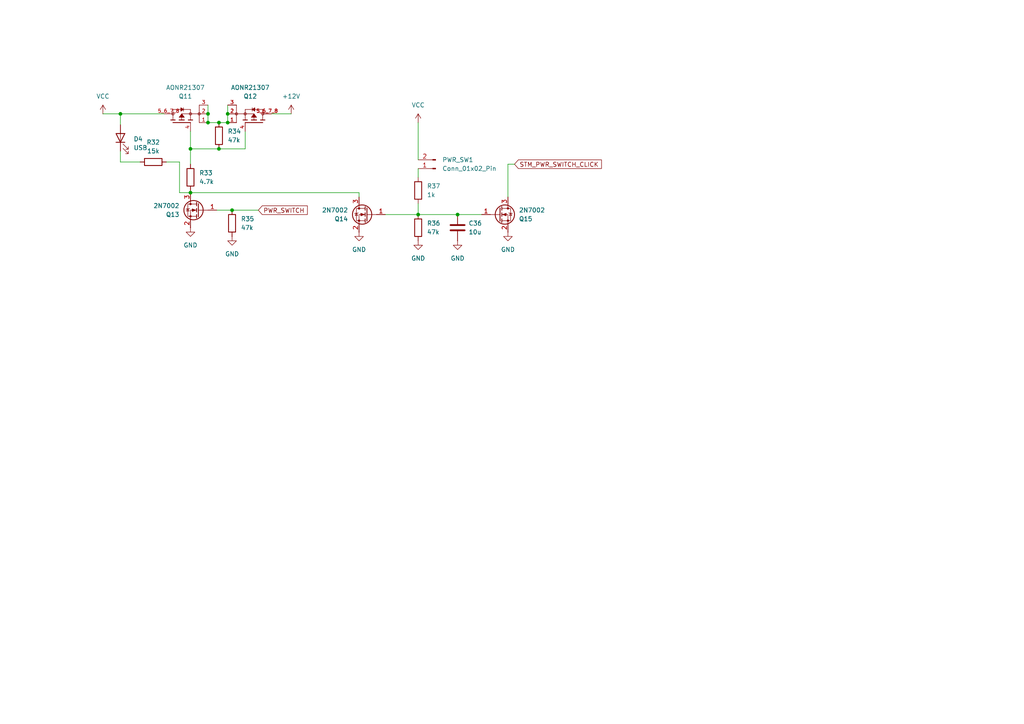
<source format=kicad_sch>
(kicad_sch (version 20231120) (generator "eeschema") (generator_version "8.0")
  (paper "A4")
  (lib_symbols
    (symbol "AONR21307:AONR21307" (pin_names (offset 1.016))
      (property "Reference" "Q" (at 5.08 0.381 0))
      (property "Value" "AONR21307" (at 5.08 -2.159 0))
      (symbol "AONR21307_0_0"
        (polyline (pts (xy 0 -2.54) (xy 0 2.54)) (stroke (width 0.254)))
        (polyline (pts (xy 0 5.08) (xy 2.54 5.08)) (stroke (width 0.1524)))
        (polyline (pts (xy 0.762 -3.175) (xy 0.762 -2.54)) (stroke (width 0.254)))
        (polyline (pts (xy 0.762 -2.54) (xy 0.762 -1.905)) (stroke (width 0.254)))
        (polyline (pts (xy 0.762 -2.54) (xy 3.81 -2.54)) (stroke (width 0.1524)))
        (polyline (pts (xy 0.762 -0.762) (xy 0.762 0)) (stroke (width 0.254)))
        (polyline (pts (xy 0.762 0) (xy 0.762 0.762)) (stroke (width 0.254)))
        (polyline (pts (xy 0.762 0) (xy 2.54 0)) (stroke (width 0.1524)))
        (polyline (pts (xy 0.762 1.905) (xy 0.762 2.54)) (stroke (width 0.254)))
        (polyline (pts (xy 0.762 2.54) (xy 0.762 3.175)) (stroke (width 0.254)))
        (polyline (pts (xy 2.54 0) (xy 2.54 2.54)) (stroke (width 0.1524)))
        (polyline (pts (xy 2.54 2.54) (xy 0.762 2.54)) (stroke (width 0.1524)))
        (polyline (pts (xy 2.54 2.54) (xy 3.81 2.54)) (stroke (width 0.1524)))
        (polyline (pts (xy 2.54 5.08) (xy 2.54 2.54)) (stroke (width 0.1524)))
        (polyline (pts (xy 2.54 5.08) (xy 5.08 5.08)) (stroke (width 0.1524)))
        (polyline (pts (xy 3.302 0.508) (xy 3.81 0.508)) (stroke (width 0.1524)))
        (polyline (pts (xy 3.81 -2.54) (xy 3.81 0.508)) (stroke (width 0.1524)))
        (polyline (pts (xy 3.81 0.508) (xy 3.81 2.54)) (stroke (width 0.1524)))
        (polyline (pts (xy 3.81 0.508) (xy 4.318 0.508)) (stroke (width 0.1524)))
        (polyline (pts (xy 2.54 0) (xy 1.524 0.762) (xy 1.524 -0.762) (xy 2.54 0)) (stroke (width 0.1524)) (fill (type outline)))
        (polyline (pts (xy 3.81 0.508) (xy 4.318 -0.254) (xy 3.302 -0.254) (xy 3.81 0.508)) (stroke (width 0.1524)) (fill (type outline)))
        (circle (center 2.54 -2.54) (radius 0.3592))
        (circle (center 2.54 2.54) (radius 0.3592))
        (circle (center 2.54 5.08) (radius 0.3592))
        (pin passive line (at 0 7.62 270) (length 2.54) (name "~") (number "1"))
        (pin passive line (at 2.54 7.62 270) (length 2.54) (name "~") (number "2"))
        (pin passive line (at 5.08 7.62 270) (length 2.54) (name "~") (number "3"))
        (pin passive line (at -2.54 2.54 0) (length 2.54) (name "~") (number "4"))
        (pin passive line (at 2.54 -5.08 90) (length 2.54) (name "~") (number "5_6_7_8"))
      )
    )
    (symbol "Connector:Conn_01x02_Pin" (pin_names (offset 1.016) hide)
      (property "Reference" "J" (at 0 2.54 0))
      (property "Value" "Conn_01x02_Pin" (at 0 -5.08 0))
      (symbol "Conn_01x02_Pin_1_1"
        (polyline (pts (xy 1.27 -2.54) (xy 0.8636 -2.54)) (stroke (width 0.1524)))
        (polyline (pts (xy 1.27 0) (xy 0.8636 0)) (stroke (width 0.1524)))
        (rectangle (start 0.8636 -2.413) (end 0 -2.667) (stroke (width 0.1524)) (fill (type outline)))
        (rectangle (start 0.8636 0.127) (end 0 -0.127) (stroke (width 0.1524)) (fill (type outline)))
        (pin passive line (at 5.08 0 180) (length 3.81) (name "Pin_1") (number "1"))
        (pin passive line (at 5.08 -2.54 180) (length 3.81) (name "Pin_2") (number "2"))
      )
    )
    (symbol "Device:C" (pin_numbers hide) (pin_names (offset 0.254))
      (property "Reference" "C" (at 0.635 2.54 0))
      (property "Value" "C" (at 0.635 -2.54 0))
      (symbol "C_0_1"
        (polyline (pts (xy -2.032 -0.762) (xy 2.032 -0.762)) (stroke (width 0.508)))
        (polyline (pts (xy -2.032 0.762) (xy 2.032 0.762)) (stroke (width 0.508)))
      )
      (symbol "C_1_1"
        (pin passive line (at 0 3.81 270) (length 2.794) (name "~") (number "1"))
        (pin passive line (at 0 -3.81 90) (length 2.794) (name "~") (number "2"))
      )
    )
    (symbol "Device:LED" (pin_numbers hide) (pin_names (offset 1.016) hide)
      (property "Reference" "D" (at 0 2.54 0))
      (property "Value" "LED" (at 0 -2.54 0))
      (symbol "LED_0_1"
        (polyline (pts (xy -1.27 -1.27) (xy -1.27 1.27)) (stroke (width 0.254)))
        (polyline (pts (xy -1.27 0) (xy 1.27 0)))
        (polyline (pts (xy 1.27 -1.27) (xy 1.27 1.27) (xy -1.27 0) (xy 1.27 -1.27)) (stroke (width 0.254)))
        (polyline (pts (xy -3.048 -0.762) (xy -4.572 -2.286) (xy -3.81 -2.286) (xy -4.572 -2.286) (xy -4.572 -1.524)))
        (polyline (pts (xy -1.778 -0.762) (xy -3.302 -2.286) (xy -2.54 -2.286) (xy -3.302 -2.286) (xy -3.302 -1.524)))
      )
      (symbol "LED_1_1"
        (pin passive line (at -3.81 0 0) (length 2.54) (name "K") (number "1"))
        (pin passive line (at 3.81 0 180) (length 2.54) (name "A") (number "2"))
      )
    )
    (symbol "Device:R" (pin_numbers hide) (pin_names (offset 0))
      (property "Reference" "R" (at 2.032 0 90))
      (property "Value" "R" (at 0 0 90))
      (symbol "R_0_1"
        (rectangle (start -1.016 -2.54) (end 1.016 2.54) (stroke (width 0.254)))
      )
      (symbol "R_1_1"
        (pin passive line (at 0 3.81 270) (length 1.27) (name "~") (number "1"))
        (pin passive line (at 0 -3.81 90) (length 1.27) (name "~") (number "2"))
      )
    )
    (symbol "Transistor_FET:2N7002" (pin_names hide)
      (property "Reference" "Q" (at 5.08 1.905 0))
      (property "Value" "2N7002" (at 5.08 0 0))
      (symbol "2N7002_0_1"
        (polyline (pts (xy 0.254 0) (xy -2.54 0)))
        (polyline (pts (xy 0.254 1.905) (xy 0.254 -1.905)) (stroke (width 0.254)))
        (polyline (pts (xy 0.762 -1.27) (xy 0.762 -2.286)) (stroke (width 0.254)))
        (polyline (pts (xy 0.762 0.508) (xy 0.762 -0.508)) (stroke (width 0.254)))
        (polyline (pts (xy 0.762 2.286) (xy 0.762 1.27)) (stroke (width 0.254)))
        (polyline (pts (xy 2.54 2.54) (xy 2.54 1.778)))
        (polyline (pts (xy 2.54 -2.54) (xy 2.54 0) (xy 0.762 0)))
        (polyline (pts (xy 0.762 -1.778) (xy 3.302 -1.778) (xy 3.302 1.778) (xy 0.762 1.778)))
        (polyline (pts (xy 1.016 0) (xy 2.032 0.381) (xy 2.032 -0.381) (xy 1.016 0)) (fill (type outline)))
        (polyline (pts (xy 2.794 0.508) (xy 2.921 0.381) (xy 3.683 0.381) (xy 3.81 0.254)))
        (polyline (pts (xy 3.302 0.381) (xy 2.921 -0.254) (xy 3.683 -0.254) (xy 3.302 0.381)))
        (circle (center 1.651 0) (radius 2.794) (stroke (width 0.254)))
        (circle (center 2.54 -1.778) (radius 0.254) (fill (type outline)))
        (circle (center 2.54 1.778) (radius 0.254) (fill (type outline)))
      )
      (symbol "2N7002_1_1"
        (pin input line (at -5.08 0 0) (length 2.54) (name "G") (number "1"))
        (pin passive line (at 2.54 -5.08 90) (length 2.54) (name "S") (number "2"))
        (pin passive line (at 2.54 5.08 270) (length 2.54) (name "D") (number "3"))
      )
    )
    (symbol "power:+12V" (power) (pin_numbers hide) (pin_names (offset 0) hide)
      (property "Value" "+12V" (at 0 3.556 0))
      (symbol "+12V_0_1"
        (polyline (pts (xy -0.762 1.27) (xy 0 2.54)))
        (polyline (pts (xy 0 0) (xy 0 2.54)))
        (polyline (pts (xy 0 2.54) (xy 0.762 1.27)))
      )
      (symbol "+12V_1_1"
        (pin power_in line (at 0 0 90) (length 0) (name "~") (number "1"))
      )
    )
    (symbol "power:GND" (power) (pin_numbers hide) (pin_names (offset 0) hide)
      (property "Value" "GND" (at 0 -3.81 0))
      (symbol "GND_0_1"
        (polyline (pts (xy 0 0) (xy 0 -1.27) (xy 1.27 -1.27) (xy 0 -2.54) (xy -1.27 -1.27) (xy 0 -1.27)))
      )
      (symbol "GND_1_1"
        (pin power_in line (at 0 0 270) (length 0) (name "~") (number "1"))
      )
    )
    (symbol "power:VCC" (power) (pin_numbers hide) (pin_names (offset 0) hide)
      (property "Value" "VCC" (at 0 3.556 0))
      (symbol "VCC_0_1"
        (polyline (pts (xy -0.762 1.27) (xy 0 2.54)))
        (polyline (pts (xy 0 0) (xy 0 2.54)))
        (polyline (pts (xy 0 2.54) (xy 0.762 1.27)))
      )
      (symbol "VCC_1_1"
        (pin power_in line (at 0 0 90) (length 0) (name "~") (number "1"))
      )
    )
  )
  (junction (at 55.245 43.18))
  (junction (at 63.5 43.18))
  (junction (at 55.245 55.88))
  (junction (at 121.285 62.23))
  (junction (at 132.715 62.23))
  (junction (at 60.325 35.56))
  (junction (at 34.925 33.02))
  (junction (at 60.325 33.02))
  (junction (at 66.04 35.56))
  (junction (at 67.31 60.96))
  (junction (at 63.5 35.56))
  (junction (at 66.04 33.02))
  (wire (pts (xy 34.925 33.02) (xy 29.845 33.02)))
  (wire (pts (xy 147.32 47.625) (xy 149.225 47.625)))
  (wire (pts (xy 34.925 46.99) (xy 34.925 43.815)))
  (wire (pts (xy 60.325 30.48) (xy 60.325 33.02)))
  (wire (pts (xy 71.12 38.1) (xy 71.12 43.18)))
  (wire (pts (xy 63.5 35.56) (xy 66.04 35.56)))
  (wire (pts (xy 121.285 35.56) (xy 121.285 46.355)))
  (wire (pts (xy 67.31 60.96) (xy 74.93 60.96)))
  (wire (pts (xy 55.245 38.1) (xy 55.245 43.18)))
  (wire (pts (xy 78.74 33.02) (xy 84.455 33.02)))
  (wire (pts (xy 34.925 46.99) (xy 40.64 46.99)))
  (wire (pts (xy 66.04 30.48) (xy 66.04 33.02)))
  (wire (pts (xy 52.07 46.99) (xy 52.07 55.88)))
  (wire (pts (xy 34.925 33.02) (xy 34.925 36.195)))
  (wire (pts (xy 132.715 62.23) (xy 139.7 62.23)))
  (wire (pts (xy 111.76 62.23) (xy 121.285 62.23)))
  (wire (pts (xy 121.285 48.895) (xy 121.285 51.435)))
  (wire (pts (xy 55.245 43.18) (xy 63.5 43.18)))
  (wire (pts (xy 52.07 55.88) (xy 55.245 55.88)))
  (wire (pts (xy 48.26 46.99) (xy 52.07 46.99)))
  (wire (pts (xy 121.285 59.055) (xy 121.285 62.23)))
  (wire (pts (xy 55.245 43.18) (xy 55.245 47.625)))
  (wire (pts (xy 147.32 57.15) (xy 147.32 47.625)))
  (wire (pts (xy 104.14 57.15) (xy 104.14 55.88)))
  (wire (pts (xy 60.325 33.02) (xy 60.325 35.56)))
  (wire (pts (xy 55.245 55.88) (xy 55.245 55.245)))
  (wire (pts (xy 55.245 55.88) (xy 104.14 55.88)))
  (wire (pts (xy 121.285 62.23) (xy 132.715 62.23)))
  (wire (pts (xy 47.625 33.02) (xy 34.925 33.02)))
  (wire (pts (xy 71.12 43.18) (xy 63.5 43.18)))
  (wire (pts (xy 60.325 35.56) (xy 63.5 35.56)))
  (wire (pts (xy 66.04 33.02) (xy 66.04 35.56)))
  (wire (pts (xy 62.865 60.96) (xy 67.31 60.96)))
  (global_label "PWR_SWITCH" (shape input) (at 74.93 60.96 0) (property "Intersheetrefs" "${INTERSHEET_REFS}" (effects (hide yes))))
  (global_label "STM_PWR_SWITCH_CLICK" (shape input) (at 149.225 47.625 0) (property "Intersheetrefs" "${INTERSHEET_REFS}" (effects (hide yes))))
  (symbol (lib_id "power:GND") (at 55.245 66.04 0) (unit 1)
    (property "Reference" "#PWR079" (effects (hide yes)))
    (property "Value" "GND" (at 55.245 71.12 0))
    (property "Description" "Power symbol creates a global label with name \"GND\" , ground" (effects (hide yes)))
  )
  (symbol (lib_id "Device:R") (at 67.31 64.77 0) (unit 1)
    (property "Reference" "R35" (at 69.85 63.4999 0) (effects (justify left)))
    (property "Value" "47k" (at 69.85 66.0399 0) (effects (justify left)))
    (property "Footprint" "Resistor_SMD:R_0603_1608Metric_Pad0.98x0.95mm_HandSolder" (effects (hide yes)))
    (property "Description" "Resistor" (effects (hide yes)))
  )
  (symbol (lib_id "Connector:Conn_01x02_Pin") (at 126.365 48.895 180) (unit 1)
    (property "Reference" "PWR_SW1" (at 128.27 46.3549 0) (effects (justify right)))
    (property "Value" "Conn_01x02_Pin" (at 128.27 48.8949 0) (effects (justify right)))
    (property "Footprint" "Connector_JST:JST_XH_B2B-XH-A_1x02_P2.50mm_Vertical" (effects (hide yes)))
    (property "Description" "Generic connector, single row, 01x02, script generated" (effects (hide yes)))
  )
  (symbol (lib_id "AONR21307:AONR21307") (at 73.66 35.56 90) (unit 1)
    (property "Reference" "Q12" (at 72.5914 27.94 90))
    (property "Value" "AONR21307" (at 72.5914 25.4 90))
    (property "Footprint" "AONR21307:TRANS_AONR21307" (effects (hide yes)))
    (property "MF" "Alpha & Omega Semiconductor Inc." (effects (hide yes)))
    (property "MAXIMUM_PACKAGE_HEIGHT" "0.90 mm" (effects (hide yes)))
    (property "Package" "PowerVDFN-8 Alpha &amp; Omega Semiconductor Inc." (effects (hide yes)))
    (property "Price" "None" (effects (hide yes)))
    (property "Check_prices" "https://www.snapeda.com/parts/AONR21307/Alpha+%2526+Omega+Semiconductor+Inc./view-part/?ref=eda" (effects (hide yes)))
    (property "STANDARD" "Manufacturer recommendations" (effects (hide yes)))
    (property "PARTREV" "1.1" (effects (hide yes)))
    (property "SnapEDA_Link" "https://www.snapeda.com/parts/AONR21307/Alpha+%2526+Omega+Semiconductor+Inc./view-part/?ref=snap" (effects (hide yes)))
    (property "MP" "AONR21307" (effects (hide yes)))
    (property "Description_1" "\n                        \n                            P-Channel 30 V 24A (Tc) 5W (Ta), 28W (Tc) Surface Mount 8-DFN-EP (3x3)\n                        \n" (effects (hide yes)))
    (property "Availability" "In Stock" (effects (hide yes)))
    (property "MANUFACTURER" "Alpha and Omega Semiconductor Inc." (effects (hide yes)))
  )
  (symbol (lib_id "Transistor_FET:2N7002") (at 106.68 62.23 0) (mirror y) (unit 1)
    (property "Reference" "Q14" (at 100.965 63.5001 0) (effects (justify left)))
    (property "Value" "2N7002" (at 100.965 60.9601 0) (effects (justify left)))
    (property "Footprint" "Package_TO_SOT_SMD:SOT-23" (effects (hide yes)))
    (property "Datasheet" "https://www.onsemi.com/pub/Collateral/NDS7002A-D.PDF" (effects (hide yes)))
    (property "Description" "0.115A Id, 60V Vds, N-Channel MOSFET, SOT-23" (effects (hide yes)))
  )
  (symbol (lib_id "Transistor_FET:2N7002") (at 57.785 60.96 0) (mirror y) (unit 1)
    (property "Reference" "Q13" (at 52.07 62.2301 0) (effects (justify left)))
    (property "Value" "2N7002" (at 52.07 59.6901 0) (effects (justify left)))
    (property "Footprint" "Package_TO_SOT_SMD:SOT-23" (effects (hide yes)))
    (property "Datasheet" "https://www.onsemi.com/pub/Collateral/NDS7002A-D.PDF" (effects (hide yes)))
    (property "Description" "0.115A Id, 60V Vds, N-Channel MOSFET, SOT-23" (effects (hide yes)))
  )
  (symbol (lib_id "power:GND") (at 132.715 69.85 0) (unit 1)
    (property "Reference" "#PWR0103" (effects (hide yes)))
    (property "Value" "GND" (at 132.715 74.93 0))
    (property "Description" "Power symbol creates a global label with name \"GND\" , ground" (effects (hide yes)))
  )
  (symbol (lib_id "Device:R") (at 121.285 66.04 0) (unit 1)
    (property "Reference" "R36" (at 123.825 64.7699 0) (effects (justify left)))
    (property "Value" "47k" (at 123.825 67.3099 0) (effects (justify left)))
    (property "Footprint" "Resistor_SMD:R_0603_1608Metric_Pad0.98x0.95mm_HandSolder" (effects (hide yes)))
    (property "Description" "Resistor" (effects (hide yes)))
  )
  (symbol (lib_id "AONR21307:AONR21307") (at 52.705 35.56 270) (mirror x) (unit 1)
    (property "Reference" "Q11" (at 53.7736 27.94 90))
    (property "Value" "AONR21307" (at 53.7736 25.4 90))
    (property "Footprint" "AONR21307:TRANS_AONR21307" (effects (hide yes)))
    (property "MF" "Alpha & Omega Semiconductor Inc." (effects (hide yes)))
    (property "MAXIMUM_PACKAGE_HEIGHT" "0.90 mm" (effects (hide yes)))
    (property "Package" "PowerVDFN-8 Alpha &amp; Omega Semiconductor Inc." (effects (hide yes)))
    (property "Price" "None" (effects (hide yes)))
    (property "Check_prices" "https://www.snapeda.com/parts/AONR21307/Alpha+%2526+Omega+Semiconductor+Inc./view-part/?ref=eda" (effects (hide yes)))
    (property "STANDARD" "Manufacturer recommendations" (effects (hide yes)))
    (property "PARTREV" "1.1" (effects (hide yes)))
    (property "SnapEDA_Link" "https://www.snapeda.com/parts/AONR21307/Alpha+%2526+Omega+Semiconductor+Inc./view-part/?ref=snap" (effects (hide yes)))
    (property "MP" "AONR21307" (effects (hide yes)))
    (property "Description_1" "\n                        \n                            P-Channel 30 V 24A (Tc) 5W (Ta), 28W (Tc) Surface Mount 8-DFN-EP (3x3)\n                        \n" (effects (hide yes)))
    (property "Availability" "In Stock" (effects (hide yes)))
    (property "MANUFACTURER" "Alpha and Omega Semiconductor Inc." (effects (hide yes)))
  )
  (symbol (lib_id "Device:C") (at 132.715 66.04 0) (unit 1)
    (property "Reference" "C36" (at 135.89 64.7699 0) (effects (justify left)))
    (property "Value" "10u" (at 135.89 67.3099 0) (effects (justify left)))
    (property "Footprint" "Capacitor_SMD:C_0603_1608Metric_Pad1.08x0.95mm_HandSolder" (effects (hide yes)))
    (property "Description" "Unpolarized capacitor" (effects (hide yes)))
  )
  (symbol (lib_id "Device:R") (at 44.45 46.99 90) (unit 1)
    (property "Reference" "R32" (at 44.45 41.275 90))
    (property "Value" "15k" (at 44.45 43.815 90))
    (property "Footprint" "Resistor_SMD:R_0603_1608Metric_Pad0.98x0.95mm_HandSolder" (effects (hide yes)))
    (property "Description" "Resistor" (effects (hide yes)))
  )
  (symbol (lib_id "Transistor_FET:2N7002") (at 144.78 62.23 0) (unit 1)
    (property "Reference" "Q15" (at 150.495 63.5001 0) (effects (justify left)))
    (property "Value" "2N7002" (at 150.495 60.9601 0) (effects (justify left)))
    (property "Footprint" "Package_TO_SOT_SMD:SOT-23" (effects (hide yes)))
    (property "Datasheet" "https://www.onsemi.com/pub/Collateral/NDS7002A-D.PDF" (effects (hide yes)))
    (property "Description" "0.115A Id, 60V Vds, N-Channel MOSFET, SOT-23" (effects (hide yes)))
  )
  (symbol (lib_id "Device:R") (at 55.245 51.435 0) (unit 1)
    (property "Reference" "R33" (at 57.785 50.1649 0) (effects (justify left)))
    (property "Value" "4.7k" (at 57.785 52.7049 0) (effects (justify left)))
    (property "Footprint" "Resistor_SMD:R_0603_1608Metric_Pad0.98x0.95mm_HandSolder" (effects (hide yes)))
    (property "Description" "Resistor" (effects (hide yes)))
  )
  (symbol (lib_id "power:VCC") (at 121.285 35.56 0) (unit 1)
    (property "Reference" "#PWR096" (effects (hide yes)))
    (property "Value" "VCC" (at 121.285 30.48 0))
    (property "Description" "Power symbol creates a global label with name \"VCC\"" (effects (hide yes)))
  )
  (symbol (lib_id "power:GND") (at 104.14 67.31 0) (unit 1)
    (property "Reference" "#PWR077" (effects (hide yes)))
    (property "Value" "GND" (at 104.14 72.39 0))
    (property "Description" "Power symbol creates a global label with name \"GND\" , ground" (effects (hide yes)))
  )
  (symbol (lib_id "Device:LED") (at 34.925 40.005 90) (unit 1)
    (property "Reference" "D4" (at 38.735 40.3224 90) (effects (justify right)))
    (property "Value" "USB" (at 38.735 42.8624 90) (effects (justify right)))
    (property "Footprint" "LED_SMD:LED_0603_1608Metric_Pad1.05x0.95mm_HandSolder" (effects (hide yes)))
    (property "Description" "Light emitting diode" (effects (hide yes)))
  )
  (symbol (lib_id "Device:R") (at 63.5 39.37 0) (unit 1)
    (property "Reference" "R34" (at 66.04 38.0999 0) (effects (justify left)))
    (property "Value" "47k" (at 66.04 40.6399 0) (effects (justify left)))
    (property "Footprint" "Resistor_SMD:R_0603_1608Metric_Pad0.98x0.95mm_HandSolder" (effects (hide yes)))
    (property "Description" "Resistor" (effects (hide yes)))
  )
  (symbol (lib_id "power:+12V") (at 84.455 33.02 0) (unit 1)
    (property "Reference" "#PWR084" (effects (hide yes)))
    (property "Value" "+12V" (at 84.455 27.94 0))
    (property "Description" "Power symbol creates a global label with name \"+12V\"" (effects (hide yes)))
  )
  (symbol (lib_id "power:GND") (at 121.285 69.85 0) (unit 1)
    (property "Reference" "#PWR095" (effects (hide yes)))
    (property "Value" "GND" (at 121.285 74.93 0))
    (property "Description" "Power symbol creates a global label with name \"GND\" , ground" (effects (hide yes)))
  )
  (symbol (lib_id "power:GND") (at 67.31 68.58 0) (unit 1)
    (property "Reference" "#PWR081" (effects (hide yes)))
    (property "Value" "GND" (at 67.31 73.66 0))
    (property "Description" "Power symbol creates a global label with name \"GND\" , ground" (effects (hide yes)))
  )
  (symbol (lib_id "Device:R") (at 121.285 55.245 0) (unit 1)
    (property "Reference" "R37" (at 123.825 53.9749 0) (effects (justify left)))
    (property "Value" "1k" (at 123.825 56.5149 0) (effects (justify left)))
    (property "Footprint" "Resistor_SMD:R_0603_1608Metric_Pad0.98x0.95mm_HandSolder" (effects (hide yes)))
    (property "Description" "Resistor" (effects (hide yes)))
  )
  (symbol (lib_id "power:VCC") (at 29.845 33.02 0) (unit 1)
    (property "Reference" "#PWR082" (effects (hide yes)))
    (property "Value" "VCC" (at 29.845 27.94 0))
    (property "Description" "Power symbol creates a global label with name \"VCC\"" (effects (hide yes)))
  )
  (symbol (lib_id "power:GND") (at 147.32 67.31 0) (unit 1)
    (property "Reference" "#PWR097" (effects (hide yes)))
    (property "Value" "GND" (at 147.32 72.39 0))
    (property "Description" "Power symbol creates a global label with name \"GND\" , ground" (effects (hide yes)))
  )
)
</source>
